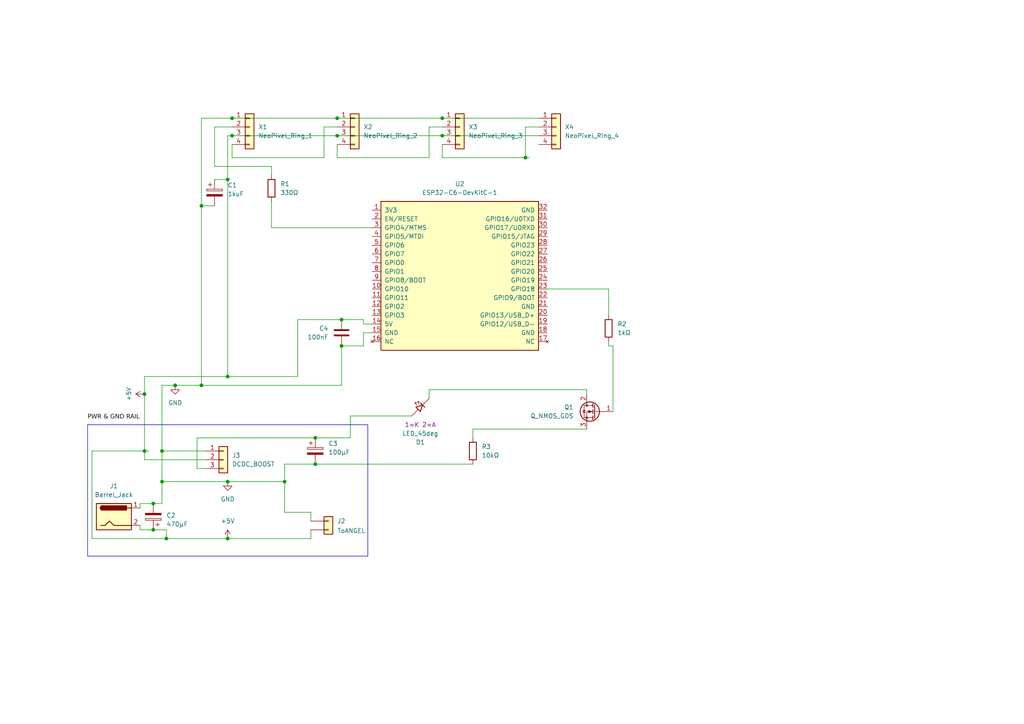
<source format=kicad_sch>
(kicad_sch (version 20250114) (generator "eeschema") (generator_version "9.0")
  (paper "A4")
  (title_block (title "HALO_") (rev "0.6.7") (company "humblef00ls"))
  (lib_symbols
    (symbol "Connector:Barrel_Jack" (pin_names (offset 1.016))
      (property "Reference" "J" (at 0 5.334 0))
      (property "Value" "Barrel_Jack" (at 0 -5.08 0))
      (symbol "Barrel_Jack_0_1"
        (rectangle (start -5.08 3.81) (end 5.08 -3.81) (stroke (width 0.254)) (fill (type background)))
        (polyline (pts (xy -3.81 -2.54) (xy -2.54 -2.54) (xy -1.27 -1.27) (xy 0 -2.54) (xy 2.54 -2.54) (xy 5.08 -2.54)) (stroke (width 0.254)))
        (arc (start -3.302 1.905) (mid -3.9343 2.54) (end -3.302 3.175) (stroke (width 0.254)))
        (arc (start -3.302 1.905) (mid -3.9343 2.54) (end -3.302 3.175) (stroke (width 0.254)) (fill (type outline)))
        (rectangle (start 3.683 3.175) (end -3.302 1.905) (stroke (width 0.254)) (fill (type outline)))
        (polyline (pts (xy 5.08 2.54) (xy 3.81 2.54)) (stroke (width 0.254)))
      )
      (symbol "Barrel_Jack_1_1"
        (pin passive line (at 7.62 2.54 180) (length 2.54) (name "~") (number "1"))
        (pin passive line (at 7.62 -2.54 180) (length 2.54) (name "~") (number "2"))
      )
    )
    (symbol "Connector_Generic:Conn_01x02" (pin_numbers (hide yes)) (pin_names (offset 1.016) (hide yes))
      (property "Reference" "J" (at 0 2.54 0))
      (property "Value" "Conn_01x02" (at 0 -5.08 0))
      (symbol "Conn_01x02_1_1"
        (rectangle (start -1.27 1.27) (end 1.27 -3.81) (stroke (width 0.254)) (fill (type background)))
        (rectangle (start -1.27 0.127) (end 0 -0.127) (stroke (width 0.1524)))
        (rectangle (start -1.27 -2.413) (end 0 -2.667) (stroke (width 0.1524)))
        (pin passive line (at -5.08 0 0) (length 3.81) (name "Pin_1") (number "1"))
        (pin passive line (at -5.08 -2.54 0) (length 3.81) (name "Pin_2") (number "2"))
      )
    )
    (symbol "Connector_Generic:Conn_01x03" (pin_names (offset 1.016) (hide yes))
      (property "Reference" "J" (at 0 5.08 0))
      (property "Value" "Conn_01x03" (at 0 -5.08 0))
      (symbol "Conn_01x03_1_1"
        (rectangle (start -1.27 3.81) (end 1.27 -3.81) (stroke (width 0.254)) (fill (type background)))
        (rectangle (start -1.27 2.667) (end 0 2.413) (stroke (width 0.1524)))
        (rectangle (start -1.27 0.127) (end 0 -0.127) (stroke (width 0.1524)))
        (rectangle (start -1.27 -2.413) (end 0 -2.667) (stroke (width 0.1524)))
        (pin passive line (at -5.08 2.54 0) (length 3.81) (name "Pin_1") (number "1"))
        (pin passive line (at -5.08 0 0) (length 3.81) (name "Pin_2") (number "2"))
        (pin passive line (at -5.08 -2.54 0) (length 3.81) (name "Pin_3") (number "3"))
      )
    )
    (symbol "Connector_Generic:Conn_01x04" (pin_names (offset 1.016) (hide yes))
      (property "Reference" "J" (at 0 5.08 0))
      (property "Value" "Conn_01x04" (at 0 -7.62 0))
      (symbol "Conn_01x04_1_1"
        (rectangle (start -1.27 3.81) (end 1.27 -6.35) (stroke (width 0.254)) (fill (type background)))
        (rectangle (start -1.27 2.667) (end 0 2.413) (stroke (width 0.1524)))
        (rectangle (start -1.27 0.127) (end 0 -0.127) (stroke (width 0.1524)))
        (rectangle (start -1.27 -2.413) (end 0 -2.667) (stroke (width 0.1524)))
        (rectangle (start -1.27 -4.953) (end 0 -5.207) (stroke (width 0.1524)))
        (pin passive line (at -5.08 2.54 0) (length 3.81) (name "Pin_1") (number "1"))
        (pin passive line (at -5.08 0 0) (length 3.81) (name "Pin_2") (number "2"))
        (pin passive line (at -5.08 -2.54 0) (length 3.81) (name "Pin_3") (number "3"))
        (pin passive line (at -5.08 -5.08 0) (length 3.81) (name "Pin_4") (number "4"))
      )
    )
    (symbol "Device:C" (pin_numbers (hide yes)) (pin_names (offset 0.254))
      (property "Reference" "C" (at 0.635 2.54 0))
      (property "Value" "C" (at 0.635 -2.54 0))
      (symbol "C_0_1"
        (polyline (pts (xy -2.032 0.762) (xy 2.032 0.762)) (stroke (width 0.508)))
        (polyline (pts (xy -2.032 -0.762) (xy 2.032 -0.762)) (stroke (width 0.508)))
      )
      (symbol "C_1_1"
        (pin passive line (at 0 3.81 270) (length 2.794) (name "~") (number "1"))
        (pin passive line (at 0 -3.81 90) (length 2.794) (name "~") (number "2"))
      )
    )
    (symbol "Device:C_Polarized" (pin_numbers (hide yes)) (pin_names (offset 0.254))
      (property "Reference" "C" (at 0.635 2.54 0))
      (property "Value" "C_Polarized" (at 0.635 -2.54 0))
      (symbol "C_Polarized_0_1"
        (rectangle (start -2.286 0.508) (end 2.286 1.016))
        (polyline (pts (xy -1.778 2.286) (xy -0.762 2.286)))
        (polyline (pts (xy -1.27 2.794) (xy -1.27 1.778)))
        (rectangle (start 2.286 -0.508) (end -2.286 -1.016) (fill (type outline)))
      )
      (symbol "C_Polarized_1_1"
        (pin passive line (at 0 3.81 270) (length 2.794) (name "~") (number "1"))
        (pin passive line (at 0 -3.81 90) (length 2.794) (name "~") (number "2"))
      )
    )
    (symbol "Device:LED_45deg" (pin_numbers (hide yes)) (pin_names (offset 0) (hide yes))
      (property "Reference" "D" (at 1.27 2.54 0))
      (property "Value" "LED_45deg" (at 1.27 0 0))
      (property "Sim.Pins" "1=K 2=A" (at 0 0 0))
      (symbol "LED_45deg_0_1"
        (polyline (pts (xy -1.4732 -1.4224) (xy -1.6256 -1.0668)))
        (polyline (pts (xy -1.27 0) (xy 0 1.27) (xy 0.635 -0.635) (xy -1.27 0)) (stroke (width 0.254)))
        (polyline (pts (xy -1.1176 -0.508) (xy -1.4732 -1.4224) (xy -1.1176 -1.27)))
        (polyline (pts (xy -0.7112 -1.7272) (xy -0.8636 -1.3716)))
        (polyline (pts (xy -0.635 0.635) (xy -2.54 2.54)))
        (polyline (pts (xy -0.3556 -0.8128) (xy -0.7112 -1.7272) (xy -0.3556 -1.5748)))
        (polyline (pts (xy 0 -1.27) (xy 1.27 0)) (stroke (width 0.254)))
        (polyline (pts (xy 2.54 -2.54) (xy 0.635 -0.635)))
      )
      (symbol "LED_45deg_1_1"
        (pin passive line (at -2.54 2.54 0) (length 0) (name "A") (number "2"))
        (pin passive line (at 2.54 -2.54 180) (length 0) (name "K") (number "1"))
      )
    )
    (symbol "Device:R" (pin_numbers (hide yes)) (pin_names (offset 0))
      (property "Reference" "R" (at 2.032 0 90))
      (property "Value" "R" (at 0 0 90))
      (symbol "R_0_1"
        (rectangle (start -1.016 -2.54) (end 1.016 2.54) (stroke (width 0.254)))
      )
      (symbol "R_1_1"
        (pin passive line (at 0 3.81 270) (length 1.27) (name "~") (number "1"))
        (pin passive line (at 0 -3.81 90) (length 1.27) (name "~") (number "2"))
      )
    )
    (symbol "PCM_Espressif:ESP32-C6-DevKitC-1" (pin_names (offset 1.016))
      (property "Reference" "U" (at -22.86 25.4 0))
      (property "Value" "ESP32-C6-DevKitC-1" (at -22.86 22.86 0))
      (symbol "ESP32-C6-DevKitC-1_0_1"
        (rectangle (start -22.86 20.32) (end 22.86 -22.86) (stroke (width 0.254)) (fill (type background)))
      )
      (symbol "ESP32-C6-DevKitC-1_1_0"
        (pin input line (at -25.4 15.24 0) (length 2.54) (name "EN/RESET") (number "2"))
        (pin power_in line (at -25.4 -15.24 0) (length 2.54) (name "5V") (number "14"))
      )
      (symbol "ESP32-C6-DevKitC-1_1_1"
        (pin power_in line (at -25.4 17.78 0) (length 2.54) (name "3V3") (number "1"))
        (pin bidirectional line (at -25.4 12.7 0) (length 2.54) (name "GPIO4/MTMS") (number "3"))
        (pin bidirectional line (at -25.4 10.16 0) (length 2.54) (name "GPIO5/MTDI") (number "4"))
        (pin bidirectional line (at -25.4 7.62 0) (length 2.54) (name "GPIO6") (number "5"))
        (pin bidirectional line (at -25.4 5.08 0) (length 2.54) (name "GPIO7") (number "6"))
        (pin bidirectional line (at -25.4 2.54 0) (length 2.54) (name "GPIO0") (number "7"))
        (pin bidirectional line (at -25.4 0 0) (length 2.54) (name "GPIO1") (number "8"))
        (pin bidirectional line (at -25.4 -2.54 0) (length 2.54) (name "GPIO8/BOOT") (number "9"))
        (pin bidirectional line (at -25.4 -5.08 0) (length 2.54) (name "GPIO10") (number "10"))
        (pin bidirectional line (at -25.4 -7.62 0) (length 2.54) (name "GPIO11") (number "11"))
        (pin bidirectional line (at -25.4 -10.16 0) (length 2.54) (name "GPIO2") (number "12"))
        (pin bidirectional line (at -25.4 -12.7 0) (length 2.54) (name "GPIO3") (number "13"))
        (pin power_in line (at -25.4 -17.78 0) (length 2.54) (name "GND") (number "15"))
        (pin no_connect line (at -25.4 -20.32 0) (length 2.54) (name "NC") (number "16"))
        (pin power_in line (at 25.4 17.78 180) (length 2.54) (name "GND") (number "32"))
        (pin bidirectional line (at 25.4 15.24 180) (length 2.54) (name "GPIO16/U0TXD") (number "31"))
        (pin bidirectional line (at 25.4 12.7 180) (length 2.54) (name "GPIO17/U0RXD") (number "30"))
        (pin bidirectional line (at 25.4 10.16 180) (length 2.54) (name "GPIO15/JTAG") (number "29"))
        (pin bidirectional line (at 25.4 7.62 180) (length 2.54) (name "GPIO23") (number "28"))
        (pin bidirectional line (at 25.4 5.08 180) (length 2.54) (name "GPIO22") (number "27"))
        (pin bidirectional line (at 25.4 2.54 180) (length 2.54) (name "GPIO21") (number "26"))
        (pin bidirectional line (at 25.4 0 180) (length 2.54) (name "GPIO20") (number "25"))
        (pin bidirectional line (at 25.4 -2.54 180) (length 2.54) (name "GPIO19") (number "24"))
        (pin bidirectional line (at 25.4 -5.08 180) (length 2.54) (name "GPIO18") (number "23"))
        (pin bidirectional line (at 25.4 -7.62 180) (length 2.54) (name "GPIO9/BOOT") (number "22"))
        (pin power_in line (at 25.4 -10.16 180) (length 2.54) (name "GND") (number "21"))
        (pin bidirectional line (at 25.4 -12.7 180) (length 2.54) (name "GPIO13/USB_D+") (number "20"))
        (pin bidirectional line (at 25.4 -15.24 180) (length 2.54) (name "GPIO12/USB_D-") (number "19"))
        (pin power_in line (at 25.4 -17.78 180) (length 2.54) (name "GND") (number "18"))
        (pin no_connect line (at 25.4 -20.32 180) (length 2.54) (name "NC") (number "17"))
      )
    )
    (symbol "Transistor_FET:Q_NMOS_GDS" (pin_names (offset 0) (hide yes))
      (property "Reference" "Q" (at 5.08 1.905 0))
      (property "Value" "Q_NMOS_GDS" (at 5.08 0 0))
      (symbol "Q_NMOS_GDS_0_1"
        (polyline (pts (xy 0.254 1.905) (xy 0.254 -1.905)) (stroke (width 0.254)))
        (polyline (pts (xy 0.254 0) (xy -2.54 0)))
        (polyline (pts (xy 0.762 2.286) (xy 0.762 1.27)) (stroke (width 0.254)))
        (polyline (pts (xy 0.762 0.508) (xy 0.762 -0.508)) (stroke (width 0.254)))
        (polyline (pts (xy 0.762 -1.27) (xy 0.762 -2.286)) (stroke (width 0.254)))
        (polyline (pts (xy 0.762 -1.778) (xy 3.302 -1.778) (xy 3.302 1.778) (xy 0.762 1.778)))
        (polyline (pts (xy 1.016 0) (xy 2.032 0.381) (xy 2.032 -0.381) (xy 1.016 0)) (fill (type outline)))
        (circle (center 1.651 0) (radius 2.794) (stroke (width 0.254)))
        (polyline (pts (xy 2.54 2.54) (xy 2.54 1.778)))
        (circle (center 2.54 1.778) (radius 0.254) (fill (type outline)))
        (circle (center 2.54 -1.778) (radius 0.254) (fill (type outline)))
        (polyline (pts (xy 2.54 -2.54) (xy 2.54 0) (xy 0.762 0)))
        (polyline (pts (xy 2.921 0.381) (xy 3.683 0.381)))
        (polyline (pts (xy 3.302 0.381) (xy 2.921 -0.254) (xy 3.683 -0.254) (xy 3.302 0.381)))
      )
      (symbol "Q_NMOS_GDS_1_1"
        (pin input line (at -5.08 0 0) (length 2.54) (name "G") (number "1"))
        (pin passive line (at 2.54 5.08 270) (length 2.54) (name "D") (number "2"))
        (pin passive line (at 2.54 -5.08 90) (length 2.54) (name "S") (number "3"))
      )
    )
    (symbol "power:+5V" (power) (pin_numbers (hide yes)) (pin_names (offset 0) (hide yes))
      (property "Value" "+5V" (at 0 3.556 0))
      (symbol "+5V_0_1"
        (polyline (pts (xy -0.762 1.27) (xy 0 2.54)))
        (polyline (pts (xy 0 2.54) (xy 0.762 1.27)))
        (polyline (pts (xy 0 0) (xy 0 2.54)))
      )
      (symbol "+5V_1_1"
        (pin power_in line (at 0 0 90) (length 0) (name "~") (number "1"))
      )
    )
    (symbol "power:GND" (power) (pin_numbers (hide yes)) (pin_names (offset 0) (hide yes))
      (property "Value" "GND" (at 0 -3.81 0))
      (symbol "GND_0_1"
        (polyline (pts (xy 0 0) (xy 0 -1.27) (xy 1.27 -1.27) (xy 0 -2.54) (xy -1.27 -1.27) (xy 0 -1.27)))
      )
      (symbol "GND_1_1"
        (pin power_in line (at 0 0 270) (length 0) (name "~") (number "1"))
      )
    )
  )
  (rectangle (start 25.4 123.19) (end 106.68 161.29))
  (junction (at 46.99 130.81))
  (junction (at 91.44 134.62))
  (junction (at 41.91 130.81))
  (junction (at 44.45 153.67))
  (junction (at 99.06 92.71))
  (junction (at 66.04 139.7))
  (junction (at 82.55 139.7))
  (junction (at 58.42 111.76))
  (junction (at 67.31 34.29))
  (junction (at 44.45 146.05))
  (junction (at 48.26 156.21))
  (junction (at 99.06 100.33))
  (junction (at 66.04 109.22))
  (junction (at 97.79 34.29))
  (junction (at 66.04 156.21))
  (junction (at 97.79 39.37))
  (junction (at 50.8 111.76))
  (junction (at 91.44 127))
  (junction (at 58.42 59.69))
  (junction (at 67.31 39.37))
  (junction (at 46.99 139.7))
  (junction (at 66.04 52.07))
  (junction (at 128.27 39.37))
  (junction (at 152.4 45.72))
  (junction (at 128.27 34.29))
  (junction (at 41.91 114.3))
  (wire (pts (xy 43.18 130.81) (xy 41.91 130.81)))
  (wire (pts (xy 62.23 36.83) (xy 62.23 48.26)))
  (wire (pts (xy 44.45 153.67) (xy 48.26 153.67)))
  (wire (pts (xy 152.4 45.72) (xy 153.67 45.72)))
  (wire (pts (xy 152.4 45.72) (xy 152.4 36.83)))
  (wire (pts (xy 41.91 114.3) (xy 41.91 130.81)))
  (wire (pts (xy 124.46 113.03) (xy 124.46 115.57)))
  (wire (pts (xy 66.04 52.07) (xy 66.04 109.22)))
  (wire (pts (xy 97.79 41.91) (xy 97.79 45.72)))
  (wire (pts (xy 67.31 41.91) (xy 67.31 45.72)))
  (wire (pts (xy 176.53 100.33) (xy 177.8 100.33)))
  (wire (pts (xy 93.98 36.83) (xy 97.79 36.83)))
  (wire (pts (xy 90.17 148.59) (xy 90.17 151.13)))
  (wire (pts (xy 176.53 83.82) (xy 176.53 91.44)))
  (wire (pts (xy 48.26 156.21) (xy 66.04 156.21)))
  (wire (pts (xy 66.04 39.37) (xy 67.31 39.37)))
  (wire (pts (xy 41.91 109.22) (xy 66.04 109.22)))
  (wire (pts (xy 152.4 36.83) (xy 156.21 36.83)))
  (wire (pts (xy 82.55 139.7) (xy 82.55 148.59)))
  (wire (pts (xy 48.26 156.21) (xy 48.26 153.67)))
  (wire (pts (xy 82.55 134.62) (xy 91.44 134.62)))
  (wire (pts (xy 128.27 39.37) (xy 156.21 39.37)))
  (wire (pts (xy 57.15 127) (xy 57.15 135.89)))
  (wire (pts (xy 82.55 134.62) (xy 82.55 139.7)))
  (wire (pts (xy 46.99 111.76) (xy 46.99 130.81)))
  (wire (pts (xy 99.06 111.76) (xy 58.42 111.76)))
  (wire (pts (xy 105.41 96.52) (xy 105.41 100.33)))
  (wire (pts (xy 99.06 92.71) (xy 86.36 92.71)))
  (wire (pts (xy 101.6 127) (xy 101.6 120.65)))
  (wire (pts (xy 97.79 45.72) (xy 124.46 45.72)))
  (wire (pts (xy 62.23 36.83) (xy 67.31 36.83)))
  (wire (pts (xy 107.95 96.52) (xy 105.41 96.52)))
  (wire (pts (xy 78.74 48.26) (xy 78.74 50.8)))
  (wire (pts (xy 58.42 59.69) (xy 58.42 111.76)))
  (wire (pts (xy 124.46 113.03) (xy 170.18 113.03)))
  (wire (pts (xy 93.98 36.83) (xy 93.98 45.72)))
  (wire (pts (xy 99.06 92.71) (xy 105.41 92.71)))
  (wire (pts (xy 41.91 133.35) (xy 59.69 133.35)))
  (wire (pts (xy 93.98 45.72) (xy 67.31 45.72)))
  (wire (pts (xy 124.46 45.72) (xy 124.46 36.83)))
  (wire (pts (xy 46.99 111.76) (xy 50.8 111.76)))
  (wire (pts (xy 137.16 134.62) (xy 91.44 134.62)))
  (wire (pts (xy 137.16 124.46) (xy 170.18 124.46)))
  (wire (pts (xy 86.36 92.71) (xy 86.36 109.22)))
  (wire (pts (xy 40.64 153.67) (xy 44.45 153.67)))
  (wire (pts (xy 62.23 52.07) (xy 66.04 52.07)))
  (wire (pts (xy 67.31 34.29) (xy 97.79 34.29)))
  (wire (pts (xy 46.99 130.81) (xy 59.69 130.81)))
  (wire (pts (xy 90.17 156.21) (xy 90.17 153.67)))
  (wire (pts (xy 46.99 130.81) (xy 46.99 139.7)))
  (wire (pts (xy 50.8 111.76) (xy 58.42 111.76)))
  (wire (pts (xy 99.06 100.33) (xy 99.06 111.76)))
  (wire (pts (xy 128.27 45.72) (xy 152.4 45.72)))
  (wire (pts (xy 26.67 130.81) (xy 41.91 130.81)))
  (wire (pts (xy 78.74 58.42) (xy 78.74 66.04)))
  (wire (pts (xy 58.42 34.29) (xy 58.42 59.69)))
  (wire (pts (xy 82.55 148.59) (xy 90.17 148.59)))
  (wire (pts (xy 158.75 83.82) (xy 176.53 83.82)))
  (wire (pts (xy 101.6 120.65) (xy 119.38 120.65)))
  (wire (pts (xy 58.42 59.69) (xy 62.23 59.69)))
  (wire (pts (xy 128.27 34.29) (xy 156.21 34.29)))
  (wire (pts (xy 44.45 146.05) (xy 46.99 146.05)))
  (wire (pts (xy 91.44 127) (xy 101.6 127)))
  (wire (pts (xy 176.53 99.06) (xy 176.53 100.33)))
  (wire (pts (xy 46.99 139.7) (xy 46.99 146.05)))
  (wire (pts (xy 44.45 146.05) (xy 40.64 146.05)))
  (wire (pts (xy 40.64 146.05) (xy 40.64 147.32)))
  (wire (pts (xy 107.95 93.98) (xy 105.41 93.98)))
  (wire (pts (xy 26.67 156.21) (xy 26.67 130.81)))
  (wire (pts (xy 41.91 130.81) (xy 41.91 133.35)))
  (wire (pts (xy 67.31 39.37) (xy 97.79 39.37)))
  (wire (pts (xy 66.04 39.37) (xy 66.04 52.07)))
  (wire (pts (xy 97.79 39.37) (xy 128.27 39.37)))
  (wire (pts (xy 46.99 139.7) (xy 66.04 139.7)))
  (wire (pts (xy 48.26 156.21) (xy 26.67 156.21)))
  (wire (pts (xy 66.04 109.22) (xy 86.36 109.22)))
  (wire (pts (xy 99.06 100.33) (xy 105.41 100.33)))
  (wire (pts (xy 41.91 109.22) (xy 41.91 114.3)))
  (wire (pts (xy 57.15 135.89) (xy 59.69 135.89)))
  (wire (pts (xy 170.18 113.03) (xy 170.18 114.3)))
  (wire (pts (xy 105.41 93.98) (xy 105.41 92.71)))
  (wire (pts (xy 137.16 124.46) (xy 137.16 127)))
  (wire (pts (xy 97.79 34.29) (xy 128.27 34.29)))
  (wire (pts (xy 66.04 156.21) (xy 90.17 156.21)))
  (wire (pts (xy 107.95 66.04) (xy 78.74 66.04)))
  (wire (pts (xy 66.04 139.7) (xy 82.55 139.7)))
  (wire (pts (xy 177.8 100.33) (xy 177.8 119.38)))
  (wire (pts (xy 57.15 127) (xy 91.44 127)))
  (wire (pts (xy 58.42 34.29) (xy 67.31 34.29)))
  (wire (pts (xy 40.64 153.67) (xy 40.64 152.4)))
  (wire (pts (xy 124.46 36.83) (xy 128.27 36.83)))
  (wire (pts (xy 78.74 48.26) (xy 62.23 48.26)))
  (wire (pts (xy 128.27 41.91) (xy 128.27 45.72)))
  (label "PWR & GND RAIL" (at 25.4 121.92 0))
  (symbol (lib_id "Device:R") (at 176.53 95.25 0) (unit 1)
    (property "Reference" "R2" (at 179.07 93.9799 0) (effects (justify left)))
    (property "Value" "1kΩ" (at 179.07 96.5199 0) (effects (justify left)))
    (property "Description" "Resistor" (effects (hide yes)))
  )
  (symbol (lib_id "Device:C_Polarized") (at 44.45 149.86 180) (unit 1)
    (property "Reference" "C2" (at 48.26 149.4789 0) (effects (justify right)))
    (property "Value" "470µF" (at 48.26 152.0189 0) (effects (justify right)))
    (property "Description" "Polarized capacitor" (effects (hide yes)))
  )
  (symbol (lib_id "power:GND") (at 50.8 111.76 0) (unit 1)
    (property "Reference" "#PWR04" (effects (hide yes)))
    (property "Value" "GND" (at 50.8 116.84 0))
    (property "Description" "Power symbol creates a global label with name \"GND\" , ground" (effects (hide yes)))
  )
  (symbol (lib_id "Device:R") (at 78.74 54.61 0) (unit 1)
    (property "Reference" "R1" (at 81.28 53.3399 0) (effects (justify left)))
    (property "Value" "330Ω" (at 81.28 55.8799 0) (effects (justify left)))
    (property "Description" "Resistor" (effects (hide yes)))
  )
  (symbol (lib_id "Connector_Generic:Conn_01x04") (at 72.39 36.83 0) (unit 1)
    (property "Reference" "X1" (at 74.93 36.8299 0) (effects (justify left)))
    (property "Value" "NeoPixel_Ring_1" (at 74.93 39.3699 0) (effects (justify left)))
    (property "Description" "Generic connector, single row, 01x04, script generated (kicad-library-utils/schlib/autogen/connector/)" (effects (hide yes)))
  )
  (symbol (lib_id "Connector:Barrel_Jack") (at 33.02 149.86 0) (unit 1)
    (property "Reference" "J1" (at 33.02 140.97 0))
    (property "Value" "Barrel_Jack" (at 33.02 143.51 0))
    (property "Description" "DC Barrel Jack" (effects (hide yes)))
  )
  (symbol (lib_id "Connector_Generic:Conn_01x04") (at 161.29 36.83 0) (unit 1)
    (property "Reference" "X4" (at 163.83 36.8299 0) (effects (justify left)))
    (property "Value" "NeoPixel_Ring_4" (at 163.83 39.3699 0) (effects (justify left)))
    (property "Description" "Generic connector, single row, 01x04, script generated (kicad-library-utils/schlib/autogen/connector/)" (effects (hide yes)))
  )
  (symbol (lib_id "power:+5V") (at 66.04 156.21 0) (unit 1)
    (property "Reference" "#PWR03" (effects (hide yes)))
    (property "Value" "+5V" (at 66.04 151.13 0))
    (property "Description" "Power symbol creates a global label with name \"+5V\"" (effects (hide yes)))
  )
  (symbol (lib_id "Connector_Generic:Conn_01x04") (at 133.35 36.83 0) (unit 1)
    (property "Reference" "X3" (at 135.89 36.8299 0) (effects (justify left)))
    (property "Value" "NeoPixel_Ring_3" (at 135.89 39.3699 0) (effects (justify left)))
    (property "Description" "Generic connector, single row, 01x04, script generated (kicad-library-utils/schlib/autogen/connector/)" (effects (hide yes)))
  )
  (symbol (lib_id "power:+5V") (at 41.91 114.3 90) (unit 1)
    (property "Reference" "#PWR01" (effects (hide yes)))
    (property "Value" "+5V" (at 37.338 114.3 0))
    (property "Description" "Power symbol creates a global label with name \"+5V\"" (effects (hide yes)))
  )
  (symbol (lib_id "Connector_Generic:Conn_01x04") (at 102.87 36.83 0) (unit 1)
    (property "Reference" "X2" (at 105.41 36.8299 0) (effects (justify left)))
    (property "Value" "NeoPixel_Ring_2" (at 105.41 39.3699 0) (effects (justify left)))
    (property "Description" "Generic connector, single row, 01x04, script generated (kicad-library-utils/schlib/autogen/connector/)" (effects (hide yes)))
  )
  (symbol (lib_id "PCM_Espressif:ESP32-C6-DevKitC-1") (at 133.35 78.74 0) (unit 1)
    (property "Reference" "U2" (at 133.35 53.34 0))
    (property "Value" "ESP32-C6-DevKitC-1" (at 133.35 55.88 0))
    (property "Footprint" "PCM_Espressif:ESP32-C6-DevKitC-1" (effects (hide yes)))
    (property "Datasheet" "https://docs.espressif.com/projects/espressif-esp-dev-kits/en/latest/esp32c6/esp32-c6-devkitc-1/user_guide.html" (effects (hide yes)))
    (property "Description" "ESP32-C6-DevKitC-1" (effects (hide yes)))
  )
  (symbol (lib_id "Device:LED_45deg") (at 121.92 118.11 0) (mirror x) (unit 1)
    (property "Reference" "D1" (at 121.92 128.27 0))
    (property "Value" "LED_45deg" (at 121.92 125.73 0))
    (property "Description" "Light emitting diode, rotated by 45°" (effects (hide yes)))
    (property "Sim.Pins" "1=K 2=A" (at 121.92 123.19 0))
  )
  (symbol (lib_id "power:GND") (at 66.04 139.7 0) (unit 1)
    (property "Reference" "#PWR02" (effects (hide yes)))
    (property "Value" "GND" (at 66.04 144.78 0))
    (property "Description" "Power symbol creates a global label with name \"GND\" , ground" (effects (hide yes)))
  )
  (symbol (lib_id "Transistor_FET:Q_NMOS_GDS") (at 172.72 119.38 0) (mirror y) (unit 1)
    (property "Reference" "Q1" (at 166.37 118.1099 0) (effects (justify left)))
    (property "Value" "Q_NMOS_GDS" (at 166.37 120.6499 0) (effects (justify left)))
    (property "Description" "N-MOSFET transistor, gate/drain/source" (effects (hide yes)))
  )
  (symbol (lib_id "Connector_Generic:Conn_01x03") (at 64.77 133.35 0) (unit 1)
    (property "Reference" "J3" (at 67.31 132.0799 0) (effects (justify left)))
    (property "Value" "DCDC_BOOST" (at 67.31 134.6199 0) (effects (justify left)))
    (property "Description" "Generic connector, single row, 01x03, script generated (kicad-library-utils/schlib/autogen/connector/)" (effects (hide yes)))
  )
  (symbol (lib_id "Device:C_Polarized") (at 91.44 130.81 0) (unit 1)
    (property "Reference" "C3" (at 95.25 128.6509 0) (effects (justify left)))
    (property "Value" "100µF" (at 95.25 131.1909 0) (effects (justify left)))
    (property "Description" "Polarized capacitor" (effects (hide yes)))
  )
  (symbol (lib_id "Device:R") (at 137.16 130.81 0) (unit 1)
    (property "Reference" "R3" (at 139.7 129.5399 0) (effects (justify left)))
    (property "Value" "10kΩ" (at 139.7 132.0799 0) (effects (justify left)))
    (property "Description" "Resistor" (effects (hide yes)))
  )
  (symbol (lib_id "Device:C_Polarized") (at 62.23 55.88 0) (unit 1)
    (property "Reference" "C1" (at 66.04 53.7209 0) (effects (justify left)))
    (property "Value" "1kuF" (at 66.04 56.2609 0) (effects (justify left)))
    (property "Description" "Polarized capacitor" (effects (hide yes)))
  )
  (symbol (lib_id "Device:C") (at 99.06 96.52 0) (unit 1)
    (property "Reference" "C4" (at 95.25 95.2499 0) (effects (justify right)))
    (property "Value" "100nF" (at 95.25 97.7899 0) (effects (justify right)))
    (property "Description" "Unpolarized capacitor" (effects (hide yes)))
  )
  (symbol (lib_id "Connector_Generic:Conn_01x02") (at 95.25 151.13 0) (unit 1)
    (property "Reference" "J2" (at 97.79 151.1299 0) (effects (justify left)))
    (property "Value" "ToANGEL" (at 97.79 153.924 0) (effects (justify left)))
    (property "Description" "Generic connector, single row, 01x02, script generated (kicad-library-utils/schlib/autogen/connector/)" (effects (hide yes)))
  )
)
</source>
